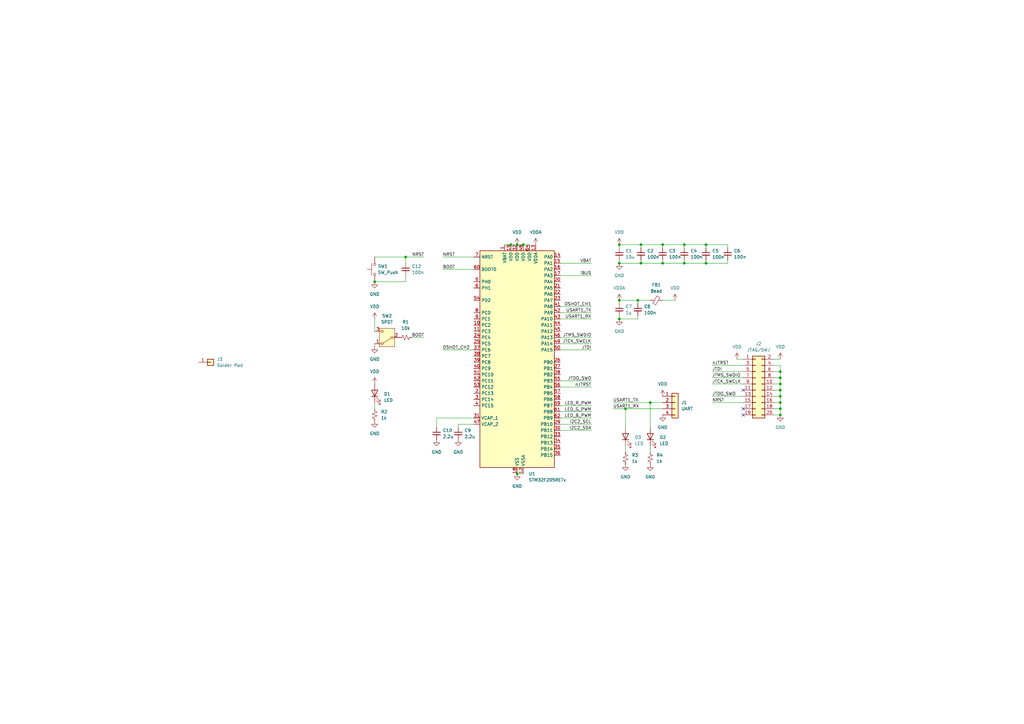
<source format=kicad_sch>
(kicad_sch (version 20250114) (generator "eeschema") (generator_version "9.0")
  (paper "A3")
  (lib_symbols
    (symbol "Connector_Generic:Conn_01x01" (pin_names (offset 1.016) (hide yes))
      (property "Reference" "J" (at 0 2.54 0))
      (property "Value" "Conn_01x01" (at 0 -2.54 0))
      (symbol "Conn_01x01_1_1"
        (rectangle (start -1.27 1.27) (end 1.27 -1.27) (stroke (width 0.254)) (fill (type background)))
        (rectangle (start -1.27 0.127) (end 0 -0.127) (stroke (width 0.1524)))
        (pin passive line (at -5.08 0 0) (length 3.81) (name "Pin_1") (number "1"))
      )
    )
    (symbol "Connector_Generic:Conn_01x04" (pin_names (offset 1.016) (hide yes))
      (property "Reference" "J" (at 0 5.08 0))
      (property "Value" "Conn_01x04" (at 0 -7.62 0))
      (symbol "Conn_01x04_1_1"
        (rectangle (start -1.27 3.81) (end 1.27 -6.35) (stroke (width 0.254)) (fill (type background)))
        (rectangle (start -1.27 2.667) (end 0 2.413) (stroke (width 0.1524)))
        (rectangle (start -1.27 0.127) (end 0 -0.127) (stroke (width 0.1524)))
        (rectangle (start -1.27 -2.413) (end 0 -2.667) (stroke (width 0.1524)))
        (rectangle (start -1.27 -4.953) (end 0 -5.207) (stroke (width 0.1524)))
        (pin passive line (at -5.08 2.54 0) (length 3.81) (name "Pin_1") (number "1"))
        (pin passive line (at -5.08 0 0) (length 3.81) (name "Pin_2") (number "2"))
        (pin passive line (at -5.08 -2.54 0) (length 3.81) (name "Pin_3") (number "3"))
        (pin passive line (at -5.08 -5.08 0) (length 3.81) (name "Pin_4") (number "4"))
      )
    )
    (symbol "Connector_Generic:Conn_02x10_Odd_Even" (pin_names (offset 1.016) (hide yes))
      (property "Reference" "J" (at 1.27 12.7 0))
      (property "Value" "Conn_02x10_Odd_Even" (at 1.27 -15.24 0))
      (symbol "Conn_02x10_Odd_Even_1_1"
        (rectangle (start -1.27 11.43) (end 3.81 -13.97) (stroke (width 0.254)) (fill (type background)))
        (rectangle (start -1.27 10.287) (end 0 10.033) (stroke (width 0.1524)))
        (rectangle (start -1.27 7.747) (end 0 7.493) (stroke (width 0.1524)))
        (rectangle (start -1.27 5.207) (end 0 4.953) (stroke (width 0.1524)))
        (rectangle (start -1.27 2.667) (end 0 2.413) (stroke (width 0.1524)))
        (rectangle (start -1.27 0.127) (end 0 -0.127) (stroke (width 0.1524)))
        (rectangle (start -1.27 -2.413) (end 0 -2.667) (stroke (width 0.1524)))
        (rectangle (start -1.27 -4.953) (end 0 -5.207) (stroke (width 0.1524)))
        (rectangle (start -1.27 -7.493) (end 0 -7.747) (stroke (width 0.1524)))
        (rectangle (start -1.27 -10.033) (end 0 -10.287) (stroke (width 0.1524)))
        (rectangle (start -1.27 -12.573) (end 0 -12.827) (stroke (width 0.1524)))
        (rectangle (start 3.81 10.287) (end 2.54 10.033) (stroke (width 0.1524)))
        (rectangle (start 3.81 7.747) (end 2.54 7.493) (stroke (width 0.1524)))
        (rectangle (start 3.81 5.207) (end 2.54 4.953) (stroke (width 0.1524)))
        (rectangle (start 3.81 2.667) (end 2.54 2.413) (stroke (width 0.1524)))
        (rectangle (start 3.81 0.127) (end 2.54 -0.127) (stroke (width 0.1524)))
        (rectangle (start 3.81 -2.413) (end 2.54 -2.667) (stroke (width 0.1524)))
        (rectangle (start 3.81 -4.953) (end 2.54 -5.207) (stroke (width 0.1524)))
        (rectangle (start 3.81 -7.493) (end 2.54 -7.747) (stroke (width 0.1524)))
        (rectangle (start 3.81 -10.033) (end 2.54 -10.287) (stroke (width 0.1524)))
        (rectangle (start 3.81 -12.573) (end 2.54 -12.827) (stroke (width 0.1524)))
        (pin passive line (at -5.08 10.16 0) (length 3.81) (name "Pin_1") (number "1"))
        (pin passive line (at -5.08 7.62 0) (length 3.81) (name "Pin_3") (number "3"))
        (pin passive line (at -5.08 5.08 0) (length 3.81) (name "Pin_5") (number "5"))
        (pin passive line (at -5.08 2.54 0) (length 3.81) (name "Pin_7") (number "7"))
        (pin passive line (at -5.08 0 0) (length 3.81) (name "Pin_9") (number "9"))
        (pin passive line (at -5.08 -2.54 0) (length 3.81) (name "Pin_11") (number "11"))
        (pin passive line (at -5.08 -5.08 0) (length 3.81) (name "Pin_13") (number "13"))
        (pin passive line (at -5.08 -7.62 0) (length 3.81) (name "Pin_15") (number "15"))
        (pin passive line (at -5.08 -10.16 0) (length 3.81) (name "Pin_17") (number "17"))
        (pin passive line (at -5.08 -12.7 0) (length 3.81) (name "Pin_19") (number "19"))
        (pin passive line (at 7.62 10.16 180) (length 3.81) (name "Pin_2") (number "2"))
        (pin passive line (at 7.62 7.62 180) (length 3.81) (name "Pin_4") (number "4"))
        (pin passive line (at 7.62 5.08 180) (length 3.81) (name "Pin_6") (number "6"))
        (pin passive line (at 7.62 2.54 180) (length 3.81) (name "Pin_8") (number "8"))
        (pin passive line (at 7.62 0 180) (length 3.81) (name "Pin_10") (number "10"))
        (pin passive line (at 7.62 -2.54 180) (length 3.81) (name "Pin_12") (number "12"))
        (pin passive line (at 7.62 -5.08 180) (length 3.81) (name "Pin_14") (number "14"))
        (pin passive line (at 7.62 -7.62 180) (length 3.81) (name "Pin_16") (number "16"))
        (pin passive line (at 7.62 -10.16 180) (length 3.81) (name "Pin_18") (number "18"))
        (pin passive line (at 7.62 -12.7 180) (length 3.81) (name "Pin_20") (number "20"))
      )
    )
    (symbol "Device:C_Small" (pin_numbers (hide yes)) (pin_names (offset 0.254) (hide yes))
      (property "Reference" "C" (at 0.254 1.778 0))
      (property "Value" "C_Small" (at 0.254 -2.032 0))
      (symbol "C_Small_0_1"
        (polyline (pts (xy -1.524 0.508) (xy 1.524 0.508)) (stroke (width 0.3048)))
        (polyline (pts (xy -1.524 -0.508) (xy 1.524 -0.508)) (stroke (width 0.3302)))
      )
      (symbol "C_Small_1_1"
        (pin passive line (at 0 2.54 270) (length 2.032) (name "~") (number "1"))
        (pin passive line (at 0 -2.54 90) (length 2.032) (name "~") (number "2"))
      )
    )
    (symbol "Device:FerriteBead_Small" (pin_numbers (hide yes)) (pin_names (offset 0))
      (property "Reference" "FB" (at 1.905 1.27 0))
      (property "Value" "FerriteBead_Small" (at 1.905 -1.27 0))
      (symbol "FerriteBead_Small_0_1"
        (polyline (pts (xy -1.8288 0.2794) (xy -1.1176 1.4986) (xy 1.8288 -0.2032) (xy 1.1176 -1.4224) (xy -1.8288 0.2794)))
        (polyline (pts (xy 0 0.889) (xy 0 1.2954)))
        (polyline (pts (xy 0 -1.27) (xy 0 -0.7874)))
      )
      (symbol "FerriteBead_Small_1_1"
        (pin passive line (at 0 2.54 270) (length 1.27) (name "~") (number "1"))
        (pin passive line (at 0 -2.54 90) (length 1.27) (name "~") (number "2"))
      )
    )
    (symbol "Device:LED" (pin_numbers (hide yes)) (pin_names (offset 1.016) (hide yes))
      (property "Reference" "D" (at 0 2.54 0))
      (property "Value" "LED" (at 0 -2.54 0))
      (symbol "LED_0_1"
        (polyline (pts (xy -3.048 -0.762) (xy -4.572 -2.286) (xy -3.81 -2.286) (xy -4.572 -2.286) (xy -4.572 -1.524)))
        (polyline (pts (xy -1.778 -0.762) (xy -3.302 -2.286) (xy -2.54 -2.286) (xy -3.302 -2.286) (xy -3.302 -1.524)))
        (polyline (pts (xy -1.27 0) (xy 1.27 0)))
        (polyline (pts (xy -1.27 -1.27) (xy -1.27 1.27)) (stroke (width 0.254)))
        (polyline (pts (xy 1.27 -1.27) (xy 1.27 1.27) (xy -1.27 0) (xy 1.27 -1.27)) (stroke (width 0.254)))
      )
      (symbol "LED_1_1"
        (pin passive line (at -3.81 0 0) (length 2.54) (name "K") (number "1"))
        (pin passive line (at 3.81 0 180) (length 2.54) (name "A") (number "2"))
      )
    )
    (symbol "Device:R_Small_US" (pin_numbers (hide yes)) (pin_names (offset 0.254) (hide yes))
      (property "Reference" "R" (at 0.762 0.508 0))
      (property "Value" "R_Small_US" (at 0.762 -1.016 0))
      (symbol "R_Small_US_1_1"
        (polyline (pts (xy 0 1.524) (xy 1.016 1.143) (xy 0 0.762) (xy -1.016 0.381) (xy 0 0)))
        (polyline (pts (xy 0 0) (xy 1.016 -0.381) (xy 0 -0.762) (xy -1.016 -1.143) (xy 0 -1.524)))
        (pin passive line (at 0 2.54 270) (length 1.016) (name "~") (number "1"))
        (pin passive line (at 0 -2.54 90) (length 1.016) (name "~") (number "2"))
      )
    )
    (symbol "MCU_ST_STM32F2:STM32F205RETx"
      (property "Reference" "U" (at -15.24 46.99 0))
      (property "Value" "STM32F205RETx" (at 10.16 46.99 0))
      (symbol "STM32F205RETx_0_1"
        (rectangle (start -15.24 -43.18) (end 15.24 45.72) (stroke (width 0.254)) (fill (type background)))
      )
      (symbol "STM32F205RETx_1_1"
        (pin input line (at -17.78 43.18 0) (length 2.54) (name "NRST") (number "7"))
        (pin input line (at -17.78 38.1 0) (length 2.54) (name "BOOT0") (number "60"))
        (pin bidirectional line (at -17.78 33.02 0) (length 2.54) (name "PH0") (number "5"))
        (pin bidirectional line (at -17.78 30.48 0) (length 2.54) (name "PH1") (number "6"))
        (pin bidirectional line (at -17.78 25.4 0) (length 2.54) (name "PD2") (number "54"))
        (pin bidirectional line (at -17.78 20.32 0) (length 2.54) (name "PC0") (number "8"))
        (pin bidirectional line (at -17.78 17.78 0) (length 2.54) (name "PC1") (number "9"))
        (pin bidirectional line (at -17.78 15.24 0) (length 2.54) (name "PC2") (number "10"))
        (pin bidirectional line (at -17.78 12.7 0) (length 2.54) (name "PC3") (number "11"))
        (pin bidirectional line (at -17.78 10.16 0) (length 2.54) (name "PC4") (number "24"))
        (pin bidirectional line (at -17.78 7.62 0) (length 2.54) (name "PC5") (number "25"))
        (pin bidirectional line (at -17.78 5.08 0) (length 2.54) (name "PC6") (number "37"))
        (pin bidirectional line (at -17.78 2.54 0) (length 2.54) (name "PC7") (number "38"))
        (pin bidirectional line (at -17.78 0 0) (length 2.54) (name "PC8") (number "39"))
        (pin bidirectional line (at -17.78 -2.54 0) (length 2.54) (name "PC9") (number "40"))
        (pin bidirectional line (at -17.78 -5.08 0) (length 2.54) (name "PC10") (number "51"))
        (pin bidirectional line (at -17.78 -7.62 0) (length 2.54) (name "PC11") (number "52"))
        (pin bidirectional line (at -17.78 -10.16 0) (length 2.54) (name "PC12") (number "53"))
        (pin bidirectional line (at -17.78 -12.7 0) (length 2.54) (name "PC13") (number "2"))
        (pin bidirectional line (at -17.78 -15.24 0) (length 2.54) (name "PC14") (number "3"))
        (pin bidirectional line (at -17.78 -17.78 0) (length 2.54) (name "PC15") (number "4"))
        (pin power_out line (at -17.78 -22.86 0) (length 2.54) (name "VCAP_1") (number "31"))
        (pin power_out line (at -17.78 -25.4 0) (length 2.54) (name "VCAP_2") (number "47"))
        (pin power_in line (at -5.08 48.26 270) (length 2.54) (name "VBAT") (number "1"))
        (pin power_in line (at -2.54 48.26 270) (length 2.54) (name "VDD") (number "19"))
        (pin power_in line (at 0 48.26 270) (length 2.54) (name "VDD") (number "32"))
        (pin power_in line (at 0 -45.72 90) (length 2.54) (name "VSS") (number "18"))
        (pin passive line (at 0 -45.72 90) (length 2.54) (hide yes) (name "VSS") (number "63"))
        (pin power_in line (at 2.54 48.26 270) (length 2.54) (name "VDD") (number "48"))
        (pin power_in line (at 2.54 -45.72 90) (length 2.54) (name "VSSA") (number "12"))
        (pin power_in line (at 5.08 48.26 270) (length 2.54) (name "VDD") (number "64"))
        (pin power_in line (at 7.62 48.26 270) (length 2.54) (name "VDDA") (number "13"))
        (pin bidirectional line (at 17.78 43.18 180) (length 2.54) (name "PA0") (number "14"))
        (pin bidirectional line (at 17.78 40.64 180) (length 2.54) (name "PA1") (number "15"))
        (pin bidirectional line (at 17.78 38.1 180) (length 2.54) (name "PA2") (number "16"))
        (pin bidirectional line (at 17.78 35.56 180) (length 2.54) (name "PA3") (number "17"))
        (pin bidirectional line (at 17.78 33.02 180) (length 2.54) (name "PA4") (number "20"))
        (pin bidirectional line (at 17.78 30.48 180) (length 2.54) (name "PA5") (number "21"))
        (pin bidirectional line (at 17.78 27.94 180) (length 2.54) (name "PA6") (number "22"))
        (pin bidirectional line (at 17.78 25.4 180) (length 2.54) (name "PA7") (number "23"))
        (pin bidirectional line (at 17.78 22.86 180) (length 2.54) (name "PA8") (number "41"))
        (pin bidirectional line (at 17.78 20.32 180) (length 2.54) (name "PA9") (number "42"))
        (pin bidirectional line (at 17.78 17.78 180) (length 2.54) (name "PA10") (number "43"))
        (pin bidirectional line (at 17.78 15.24 180) (length 2.54) (name "PA11") (number "44"))
        (pin bidirectional line (at 17.78 12.7 180) (length 2.54) (name "PA12") (number "45"))
        (pin bidirectional line (at 17.78 10.16 180) (length 2.54) (name "PA13") (number "46"))
        (pin bidirectional line (at 17.78 7.62 180) (length 2.54) (name "PA14") (number "49"))
        (pin bidirectional line (at 17.78 5.08 180) (length 2.54) (name "PA15") (number "50"))
        (pin bidirectional line (at 17.78 0 180) (length 2.54) (name "PB0") (number "26"))
        (pin bidirectional line (at 17.78 -2.54 180) (length 2.54) (name "PB1") (number "27"))
        (pin bidirectional line (at 17.78 -5.08 180) (length 2.54) (name "PB2") (number "28"))
        (pin bidirectional line (at 17.78 -7.62 180) (length 2.54) (name "PB3") (number "55"))
        (pin bidirectional line (at 17.78 -10.16 180) (length 2.54) (name "PB4") (number "56"))
        (pin bidirectional line (at 17.78 -12.7 180) (length 2.54) (name "PB5") (number "57"))
        (pin bidirectional line (at 17.78 -15.24 180) (length 2.54) (name "PB6") (number "58"))
        (pin bidirectional line (at 17.78 -17.78 180) (length 2.54) (name "PB7") (number "59"))
        (pin bidirectional line (at 17.78 -20.32 180) (length 2.54) (name "PB8") (number "61"))
        (pin bidirectional line (at 17.78 -22.86 180) (length 2.54) (name "PB9") (number "62"))
        (pin bidirectional line (at 17.78 -25.4 180) (length 2.54) (name "PB10") (number "29"))
        (pin bidirectional line (at 17.78 -27.94 180) (length 2.54) (name "PB11") (number "30"))
        (pin bidirectional line (at 17.78 -30.48 180) (length 2.54) (name "PB12") (number "33"))
        (pin bidirectional line (at 17.78 -33.02 180) (length 2.54) (name "PB13") (number "34"))
        (pin bidirectional line (at 17.78 -35.56 180) (length 2.54) (name "PB14") (number "35"))
        (pin bidirectional line (at 17.78 -38.1 180) (length 2.54) (name "PB15") (number "36"))
      )
    )
    (symbol "Switch:SW_Push" (pin_numbers (hide yes)) (pin_names (offset 1.016) (hide yes))
      (property "Reference" "SW" (at 1.27 2.54 0))
      (property "Value" "SW_Push" (at 0 -1.524 0))
      (symbol "SW_Push_0_1"
        (circle (center -2.032 0) (radius 0.508))
        (polyline (pts (xy 0 1.27) (xy 0 3.048)))
        (circle (center 2.032 0) (radius 0.508))
        (polyline (pts (xy 2.54 1.27) (xy -2.54 1.27)))
        (pin passive line (at -5.08 0 0) (length 2.54) (name "1") (number "1"))
        (pin passive line (at 5.08 0 180) (length 2.54) (name "2") (number "2"))
      )
    )
    (symbol "Switch:SW_SPDT" (pin_names (offset 0) (hide yes))
      (property "Reference" "SW" (at 0 5.08 0))
      (property "Value" "SW_SPDT" (at 0 -5.08 0))
      (symbol "SW_SPDT_0_1"
        (circle (center -2.032 0) (radius 0.4572))
        (polyline (pts (xy -1.651 0.254) (xy 1.651 2.286)))
        (circle (center 2.032 2.54) (radius 0.4572))
        (circle (center 2.032 -2.54) (radius 0.4572))
      )
      (symbol "SW_SPDT_1_1"
        (rectangle (start -3.175 3.81) (end 3.175 -3.81) (fill (type background)))
        (pin passive line (at -5.08 0 0) (length 2.54) (name "B") (number "2"))
        (pin passive line (at 5.08 2.54 180) (length 2.54) (name "A") (number "1"))
        (pin passive line (at 5.08 -2.54 180) (length 2.54) (name "C") (number "3"))
      )
    )
    (symbol "power:GND" (power) (pin_numbers (hide yes)) (pin_names (offset 0) (hide yes))
      (property "Value" "GND" (at 0 -3.81 0))
      (symbol "GND_0_1"
        (polyline (pts (xy 0 0) (xy 0 -1.27) (xy 1.27 -1.27) (xy 0 -2.54) (xy -1.27 -1.27) (xy 0 -1.27)))
      )
      (symbol "GND_1_1"
        (pin power_in line (at 0 0 270) (length 0) (name "~") (number "1"))
      )
    )
    (symbol "power:VDD" (power) (pin_numbers (hide yes)) (pin_names (offset 0) (hide yes))
      (property "Value" "VDD" (at 0 3.556 0))
      (symbol "VDD_0_1"
        (polyline (pts (xy -0.762 1.27) (xy 0 2.54)))
        (polyline (pts (xy 0 2.54) (xy 0.762 1.27)))
        (polyline (pts (xy 0 0) (xy 0 2.54)))
      )
      (symbol "VDD_1_1"
        (pin power_in line (at 0 0 90) (length 0) (name "~") (number "1"))
      )
    )
  )
  (junction (at 254 100.33))
  (junction (at 320.04 160.02))
  (junction (at 280.67 100.33))
  (junction (at 262.89 100.33))
  (junction (at 212.09 100.33))
  (junction (at 256.54 167.64))
  (junction (at 289.56 107.95))
  (junction (at 280.67 107.95))
  (junction (at 209.55 100.33))
  (junction (at 320.04 152.4))
  (junction (at 271.78 107.95))
  (junction (at 166.37 105.41))
  (junction (at 320.04 154.94))
  (junction (at 261.62 123.19))
  (junction (at 320.04 165.1))
  (junction (at 262.89 107.95))
  (junction (at 254 130.81))
  (junction (at 320.04 162.56))
  (junction (at 271.78 100.33))
  (junction (at 153.67 115.57))
  (junction (at 320.04 170.18))
  (junction (at 254 107.95))
  (junction (at 289.56 100.33))
  (junction (at 212.09 194.31))
  (junction (at 266.7 165.1))
  (junction (at 320.04 167.64))
  (junction (at 254 123.19))
  (junction (at 320.04 157.48))
  (junction (at 214.63 100.33))
  (no_connect (at 304.8 170.18))
  (no_connect (at 304.8 167.64))
  (no_connect (at 304.8 160.02))
  (wire (pts (xy 317.5 170.18) (xy 320.04 170.18)))
  (wire (pts (xy 181.61 110.49) (xy 194.31 110.49)))
  (wire (pts (xy 229.87 168.91) (xy 242.57 168.91)))
  (wire (pts (xy 317.5 160.02) (xy 320.04 160.02)))
  (wire (pts (xy 271.78 100.33) (xy 271.78 101.6)))
  (wire (pts (xy 168.91 138.43) (xy 173.99 138.43)))
  (wire (pts (xy 166.37 105.41) (xy 153.67 105.41)))
  (wire (pts (xy 271.78 123.19) (xy 276.86 123.19)))
  (wire (pts (xy 320.04 167.64) (xy 320.04 170.18)))
  (wire (pts (xy 229.87 130.81) (xy 242.57 130.81)))
  (wire (pts (xy 320.04 147.32) (xy 317.5 147.32)))
  (wire (pts (xy 256.54 175.26) (xy 256.54 167.64)))
  (wire (pts (xy 280.67 100.33) (xy 289.56 100.33)))
  (wire (pts (xy 289.56 107.95) (xy 289.56 106.68)))
  (wire (pts (xy 242.57 138.43) (xy 229.87 138.43)))
  (wire (pts (xy 266.7 165.1) (xy 251.46 165.1)))
  (wire (pts (xy 254 100.33) (xy 262.89 100.33)))
  (wire (pts (xy 271.78 100.33) (xy 280.67 100.33)))
  (wire (pts (xy 166.37 113.03) (xy 166.37 115.57)))
  (wire (pts (xy 229.87 171.45) (xy 242.57 171.45)))
  (wire (pts (xy 317.5 165.1) (xy 320.04 165.1)))
  (wire (pts (xy 153.67 130.81) (xy 153.67 135.89)))
  (wire (pts (xy 320.04 165.1) (xy 320.04 167.64)))
  (wire (pts (xy 214.63 100.33) (xy 217.17 100.33)))
  (wire (pts (xy 254 123.19) (xy 261.62 123.19)))
  (wire (pts (xy 298.45 101.6) (xy 298.45 100.33)))
  (wire (pts (xy 317.5 149.86) (xy 320.04 149.86)))
  (wire (pts (xy 254 107.95) (xy 262.89 107.95)))
  (wire (pts (xy 261.62 123.19) (xy 266.7 123.19)))
  (wire (pts (xy 292.1 165.1) (xy 304.8 165.1)))
  (wire (pts (xy 153.67 142.24) (xy 153.67 140.97)))
  (wire (pts (xy 262.89 107.95) (xy 271.78 107.95)))
  (wire (pts (xy 280.67 100.33) (xy 280.67 101.6)))
  (wire (pts (xy 187.96 175.26) (xy 187.96 173.99)))
  (wire (pts (xy 194.31 171.45) (xy 179.07 171.45)))
  (wire (pts (xy 289.56 100.33) (xy 289.56 101.6)))
  (wire (pts (xy 254 107.95) (xy 254 106.68)))
  (wire (pts (xy 271.78 165.1) (xy 266.7 165.1)))
  (wire (pts (xy 320.04 160.02) (xy 320.04 162.56)))
  (wire (pts (xy 229.87 113.03) (xy 242.57 113.03)))
  (wire (pts (xy 280.67 107.95) (xy 280.67 106.68)))
  (wire (pts (xy 179.07 171.45) (xy 179.07 175.26)))
  (wire (pts (xy 229.87 128.27) (xy 242.57 128.27)))
  (wire (pts (xy 166.37 105.41) (xy 173.99 105.41)))
  (wire (pts (xy 209.55 100.33) (xy 212.09 100.33)))
  (wire (pts (xy 229.87 166.37) (xy 242.57 166.37)))
  (wire (pts (xy 262.89 100.33) (xy 262.89 101.6)))
  (wire (pts (xy 212.09 100.33) (xy 214.63 100.33)))
  (wire (pts (xy 261.62 123.19) (xy 261.62 124.46)))
  (wire (pts (xy 317.5 154.94) (xy 320.04 154.94)))
  (wire (pts (xy 229.87 125.73) (xy 242.57 125.73)))
  (wire (pts (xy 262.89 107.95) (xy 262.89 106.68)))
  (wire (pts (xy 289.56 107.95) (xy 298.45 107.95)))
  (wire (pts (xy 280.67 107.95) (xy 289.56 107.95)))
  (wire (pts (xy 292.1 149.86) (xy 304.8 149.86)))
  (wire (pts (xy 153.67 115.57) (xy 166.37 115.57)))
  (wire (pts (xy 242.57 176.53) (xy 229.87 176.53)))
  (wire (pts (xy 194.31 143.51) (xy 181.61 143.51)))
  (wire (pts (xy 229.87 107.95) (xy 242.57 107.95)))
  (wire (pts (xy 242.57 143.51) (xy 229.87 143.51)))
  (wire (pts (xy 266.7 165.1) (xy 266.7 175.26)))
  (wire (pts (xy 320.04 154.94) (xy 320.04 157.48)))
  (wire (pts (xy 242.57 173.99) (xy 229.87 173.99)))
  (wire (pts (xy 317.5 167.64) (xy 320.04 167.64)))
  (wire (pts (xy 320.04 157.48) (xy 320.04 160.02)))
  (wire (pts (xy 187.96 173.99) (xy 194.31 173.99)))
  (wire (pts (xy 242.57 156.21) (xy 229.87 156.21)))
  (wire (pts (xy 320.04 162.56) (xy 320.04 165.1)))
  (wire (pts (xy 229.87 158.75) (xy 242.57 158.75)))
  (wire (pts (xy 261.62 130.81) (xy 261.62 129.54)))
  (wire (pts (xy 166.37 105.41) (xy 166.37 107.95)))
  (wire (pts (xy 262.89 100.33) (xy 271.78 100.33)))
  (wire (pts (xy 317.5 162.56) (xy 320.04 162.56)))
  (wire (pts (xy 271.78 107.95) (xy 271.78 106.68)))
  (wire (pts (xy 254 100.33) (xy 254 101.6)))
  (wire (pts (xy 256.54 167.64) (xy 271.78 167.64)))
  (wire (pts (xy 292.1 162.56) (xy 304.8 162.56)))
  (wire (pts (xy 292.1 157.48) (xy 304.8 157.48)))
  (wire (pts (xy 212.09 194.31) (xy 214.63 194.31)))
  (wire (pts (xy 289.56 100.33) (xy 298.45 100.33)))
  (wire (pts (xy 292.1 152.4) (xy 304.8 152.4)))
  (wire (pts (xy 266.7 185.42) (xy 266.7 182.88)))
  (wire (pts (xy 242.57 140.97) (xy 229.87 140.97)))
  (wire (pts (xy 153.67 165.1) (xy 153.67 167.64)))
  (wire (pts (xy 254 130.81) (xy 261.62 130.81)))
  (wire (pts (xy 320.04 149.86) (xy 320.04 152.4)))
  (wire (pts (xy 317.5 152.4) (xy 320.04 152.4)))
  (wire (pts (xy 320.04 152.4) (xy 320.04 154.94)))
  (wire (pts (xy 302.26 147.32) (xy 304.8 147.32)))
  (wire (pts (xy 207.01 100.33) (xy 209.55 100.33)))
  (wire (pts (xy 256.54 185.42) (xy 256.54 182.88)))
  (wire (pts (xy 254 124.46) (xy 254 123.19)))
  (wire (pts (xy 251.46 167.64) (xy 256.54 167.64)))
  (wire (pts (xy 181.61 105.41) (xy 194.31 105.41)))
  (wire (pts (xy 298.45 106.68) (xy 298.45 107.95)))
  (wire (pts (xy 254 130.81) (xy 254 129.54)))
  (wire (pts (xy 271.78 107.95) (xy 280.67 107.95)))
  (wire (pts (xy 292.1 154.94) (xy 304.8 154.94)))
  (wire (pts (xy 317.5 157.48) (xy 320.04 157.48)))
  (label "nJTRST" (at 292.1 149.86 0))
  (label "NRST" (at 173.99 105.41 180))
  (label "JTMS_SWDIO" (at 242.57 138.43 180))
  (label "VBAT" (at 242.57 107.95 180))
  (label "NRST" (at 292.1 165.1 0))
  (label "I2C2_SDA" (at 242.57 176.53 180))
  (label "LED_R_PWM" (at 242.57 166.37 180))
  (label "JTCK_SWCLK" (at 292.1 157.48 0))
  (label "iBUS" (at 242.57 113.03 180))
  (label "JTCK_SWCLK" (at 242.57 140.97 180))
  (label "USART1_RX" (at 242.57 130.81 180))
  (label "JTMS_SWDIO" (at 292.1 154.94 0))
  (label "LED_G_PWM" (at 242.57 168.91 180))
  (label "BOOT" (at 173.99 138.43 180))
  (label "DSHOT_CH1" (at 242.57 125.73 180))
  (label "NRST" (at 181.61 105.41 0))
  (label "nJTRST" (at 242.57 158.75 180))
  (label "I2C2_SCL" (at 242.57 173.99 180))
  (label "BOOT" (at 181.61 110.49 0))
  (label "JTDO_SWO" (at 242.57 156.21 180))
  (label "JTDO_SWO" (at 292.1 162.56 0))
  (label "JTDI" (at 242.57 143.51 180))
  (label "LED_B_PWM" (at 242.57 171.45 180))
  (label "USART1_TX" (at 251.46 165.1 0))
  (label "USART1_TX" (at 242.57 128.27 180))
  (label "JTDI" (at 292.1 152.4 0))
  (label "DSHOT_CH2" (at 181.61 143.51 0))
  (label "USART1_RX" (at 251.46 167.64 0))
  (symbol (lib_id "power:GND") (at 187.96 180.34 0) (unit 1)
    (property "Reference" "#PWR09" (effects (hide yes)))
    (property "Value" "GND" (at 187.96 185.42 0))
    (property "Description" "Power symbol creates a global label with name \"GND\" , ground" (effects (hide yes)))
  )
  (symbol (lib_id "power:VDD") (at 271.78 162.56 0) (unit 1)
    (property "Reference" "#PWR018" (effects (hide yes)))
    (property "Value" "VDD" (at 271.78 157.48 0))
    (property "Description" "Power symbol creates a global label with name \"VDD\"" (effects (hide yes)))
  )
  (symbol (lib_id "Device:R_Small_US") (at 256.54 187.96 180) (unit 1)
    (property "Reference" "R3" (at 259.08 186.6899 0) (effects (justify right)))
    (property "Value" "1k" (at 259.08 189.2299 0) (effects (justify right)))
    (property "Description" "Resistor, small US symbol" (effects (hide yes)))
  )
  (symbol (lib_id "Device:C_Small") (at 261.62 127 0) (unit 1)
    (property "Reference" "C8" (at 264.16 125.7362 0) (effects (justify left)))
    (property "Value" "100n" (at 264.16 128.2762 0) (effects (justify left)))
    (property "Description" "Unpolarized capacitor, small symbol" (effects (hide yes)))
  )
  (symbol (lib_id "power:GND") (at 153.67 172.72 0) (unit 1)
    (property "Reference" "#PWR012" (effects (hide yes)))
    (property "Value" "GND" (at 153.67 177.8 0))
    (property "Description" "Power symbol creates a global label with name \"GND\" , ground" (effects (hide yes)))
  )
  (symbol (lib_id "Device:C_Small") (at 187.96 177.8 0) (unit 1)
    (property "Reference" "C9" (at 190.5 176.5362 0) (effects (justify left)))
    (property "Value" "2.2u" (at 190.5 179.0762 0) (effects (justify left)))
    (property "Description" "Unpolarized capacitor, small symbol" (effects (hide yes)))
  )
  (symbol (lib_id "Device:C_Small") (at 289.56 104.14 0) (unit 1)
    (property "Reference" "C5" (at 292.1 102.8762 0) (effects (justify left)))
    (property "Value" "100n" (at 292.1 105.4162 0) (effects (justify left)))
    (property "Description" "Unpolarized capacitor, small symbol" (effects (hide yes)))
  )
  (symbol (lib_id "power:VDD") (at 153.67 130.81 0) (unit 1)
    (property "Reference" "#PWR015" (effects (hide yes)))
    (property "Value" "VDD" (at 153.67 125.73 0))
    (property "Description" "Power symbol creates a global label with name \"VDD\"" (effects (hide yes)))
  )
  (symbol (lib_id "power:VDD") (at 254 123.19 0) (unit 1)
    (property "Reference" "#PWR06" (effects (hide yes)))
    (property "Value" "VDDA" (at 254 118.11 0))
    (property "Description" "Power symbol creates a global label with name \"VDD\"" (effects (hide yes)))
  )
  (symbol (lib_id "MCU_ST_STM32F2:STM32F205RETx") (at 212.09 148.59 0) (unit 1)
    (property "Reference" "U1" (at 216.8241 194.31 0) (effects (justify left)))
    (property "Value" "STM32F205RETx" (at 216.8241 196.85 0) (effects (justify left)))
    (property "Footprint" "Package_QFP:LQFP-64_10x10mm_P0.5mm" (effects (hide yes)))
    (property "Datasheet" "https://www.st.com/resource/en/datasheet/stm32f205re.pdf" (effects (hide yes)))
    (property "Description" "STMicroelectronics Arm Cortex-M3 MCU, 512KB flash, 128KB RAM, 120 MHz, 1.8-3.6V, 51 GPIO, LQFP64" (effects (hide yes)))
  )
  (symbol (lib_id "Switch:SW_SPDT") (at 158.75 138.43 180) (unit 1)
    (property "Reference" "SW2" (at 158.75 129.54 0))
    (property "Value" "SPDT" (at 158.75 132.08 0))
    (property "Description" "Switch, single pole double throw" (effects (hide yes)))
  )
  (symbol (lib_id "Device:C_Small") (at 262.89 104.14 0) (unit 1)
    (property "Reference" "C2" (at 265.43 102.8762 0) (effects (justify left)))
    (property "Value" "100n" (at 265.43 105.4162 0) (effects (justify left)))
    (property "Description" "Unpolarized capacitor, small symbol" (effects (hide yes)))
  )
  (symbol (lib_id "power:GND") (at 179.07 180.34 0) (unit 1)
    (property "Reference" "#PWR010" (effects (hide yes)))
    (property "Value" "GND" (at 179.07 185.42 0))
    (property "Description" "Power symbol creates a global label with name \"GND\" , ground" (effects (hide yes)))
  )
  (symbol (lib_id "power:VDD") (at 276.86 123.19 0) (unit 1)
    (property "Reference" "#PWR08" (effects (hide yes)))
    (property "Value" "VDD" (at 276.86 118.11 0))
    (property "Description" "Power symbol creates a global label with name \"VDD\"" (effects (hide yes)))
  )
  (symbol (lib_id "Device:FerriteBead_Small") (at 269.24 123.19 90) (unit 1)
    (property "Reference" "FB1" (at 269.2019 116.84 90))
    (property "Value" "Bead" (at 269.2019 119.38 90))
    (property "Description" "Ferrite bead, small symbol" (effects (hide yes)))
  )
  (symbol (lib_id "Connector_Generic:Conn_02x10_Odd_Even") (at 309.88 157.48 0) (unit 1)
    (property "Reference" "J2" (at 311.15 140.97 0))
    (property "Value" "JTAG/SWJ" (at 311.15 143.51 0))
    (property "Description" "Generic connector, double row, 02x10, odd/even pin numbering scheme (row 1 odd numbers, row 2 even numbers), script generated (kicad-library-utils/schlib/autogen/connector/)" (effects (hide yes)))
  )
  (symbol (lib_id "power:GND") (at 153.67 142.24 0) (unit 1)
    (property "Reference" "#PWR016" (effects (hide yes)))
    (property "Value" "GND" (at 153.67 147.32 0))
    (property "Description" "Power symbol creates a global label with name \"GND\" , ground" (effects (hide yes)))
  )
  (symbol (lib_id "Device:C_Small") (at 271.78 104.14 0) (unit 1)
    (property "Reference" "C3" (at 274.32 102.8762 0) (effects (justify left)))
    (property "Value" "100n" (at 274.32 105.4162 0) (effects (justify left)))
    (property "Description" "Unpolarized capacitor, small symbol" (effects (hide yes)))
  )
  (symbol (lib_id "power:GND") (at 254 130.81 0) (unit 1)
    (property "Reference" "#PWR07" (effects (hide yes)))
    (property "Value" "GND" (at 254 135.89 0))
    (property "Description" "Power symbol creates a global label with name \"GND\" , ground" (effects (hide yes)))
  )
  (symbol (lib_id "Device:R_Small_US") (at 166.37 138.43 90) (unit 1)
    (property "Reference" "R1" (at 166.37 132.08 90))
    (property "Value" "10k" (at 166.37 134.62 90))
    (property "Description" "Resistor, small US symbol" (effects (hide yes)))
  )
  (symbol (lib_id "Device:C_Small") (at 254 127 0) (unit 1)
    (property "Reference" "C7" (at 256.54 125.7362 0) (effects (justify left)))
    (property "Value" "1u" (at 256.54 128.2762 0) (effects (justify left)))
    (property "Description" "Unpolarized capacitor, small symbol" (effects (hide yes)))
  )
  (symbol (lib_id "power:VDD") (at 302.26 147.32 0) (unit 1)
    (property "Reference" "#PWR019" (effects (hide yes)))
    (property "Value" "VDD" (at 302.26 142.24 0))
    (property "Description" "Power symbol creates a global label with name \"VDD\"" (effects (hide yes)))
  )
  (symbol (lib_id "Device:R_Small_US") (at 153.67 170.18 180) (unit 1)
    (property "Reference" "R2" (at 156.21 168.9099 0) (effects (justify right)))
    (property "Value" "1k" (at 156.21 171.4499 0) (effects (justify right)))
    (property "Description" "Resistor, small US symbol" (effects (hide yes)))
  )
  (symbol (lib_id "Device:LED") (at 266.7 179.07 90) (unit 1)
    (property "Reference" "D2" (at 270.51 179.3874 90) (effects (justify right)))
    (property "Value" "LED" (at 270.51 181.9274 90) (effects (justify right)))
    (property "Description" "Light emitting diode" (effects (hide yes)))
  )
  (symbol (lib_id "power:GND") (at 153.67 115.57 0) (unit 1)
    (property "Reference" "#PWR014" (effects (hide yes)))
    (property "Value" "GND" (at 153.67 120.65 0))
    (property "Description" "Power symbol creates a global label with name \"GND\" , ground" (effects (hide yes)))
  )
  (symbol (lib_id "power:VDD") (at 219.71 100.33 0) (unit 1)
    (property "Reference" "#PWR02" (effects (hide yes)))
    (property "Value" "VDDA" (at 219.71 95.25 0))
    (property "Description" "Power symbol creates a global label with name \"VDD\"" (effects (hide yes)))
  )
  (symbol (lib_id "power:GND") (at 271.78 170.18 0) (unit 1)
    (property "Reference" "#PWR017" (effects (hide yes)))
    (property "Value" "GND" (at 271.78 175.26 0))
    (property "Description" "Power symbol creates a global label with name \"GND\" , ground" (effects (hide yes)))
  )
  (symbol (lib_id "Device:C_Small") (at 166.37 110.49 0) (unit 1)
    (property "Reference" "C12" (at 168.91 109.2262 0) (effects (justify left)))
    (property "Value" "100n" (at 168.91 111.7662 0) (effects (justify left)))
    (property "Description" "Unpolarized capacitor, small symbol" (effects (hide yes)))
  )
  (symbol (lib_id "power:VDD") (at 212.09 100.33 0) (unit 1)
    (property "Reference" "#PWR01" (effects (hide yes)))
    (property "Value" "VDD" (at 212.09 95.25 0))
    (property "Description" "Power symbol creates a global label with name \"VDD\"" (effects (hide yes)))
  )
  (symbol (lib_id "Connector_Generic:Conn_01x04") (at 276.86 165.1 0) (unit 1)
    (property "Reference" "J1" (at 279.4 165.0999 0) (effects (justify left)))
    (property "Value" "UART" (at 279.4 167.6399 0) (effects (justify left)))
    (property "Description" "Generic connector, single row, 01x04, script generated (kicad-library-utils/schlib/autogen/connector/)" (effects (hide yes)))
  )
  (symbol (lib_id "Device:R_Small_US") (at 266.7 187.96 180) (unit 1)
    (property "Reference" "R4" (at 269.24 186.6899 0) (effects (justify right)))
    (property "Value" "1k" (at 269.24 189.2299 0) (effects (justify right)))
    (property "Description" "Resistor, small US symbol" (effects (hide yes)))
  )
  (symbol (lib_id "power:GND") (at 254 107.95 0) (unit 1)
    (property "Reference" "#PWR05" (effects (hide yes)))
    (property "Value" "GND" (at 254 113.03 0))
    (property "Description" "Power symbol creates a global label with name \"GND\" , ground" (effects (hide yes)))
  )
  (symbol (lib_id "power:GND") (at 266.7 190.5 0) (unit 1)
    (property "Reference" "#PWR022" (effects (hide yes)))
    (property "Value" "GND" (at 266.7 195.58 0))
    (property "Description" "Power symbol creates a global label with name \"GND\" , ground" (effects (hide yes)))
  )
  (symbol (lib_id "Device:C_Small") (at 179.07 177.8 0) (unit 1)
    (property "Reference" "C10" (at 181.61 176.5362 0) (effects (justify left)))
    (property "Value" "2.2u" (at 181.61 179.0762 0) (effects (justify left)))
    (property "Description" "Unpolarized capacitor, small symbol" (effects (hide yes)))
  )
  (symbol (lib_id "Switch:SW_Push") (at 153.67 110.49 90) (unit 1)
    (property "Reference" "SW1" (at 154.94 109.2199 90) (effects (justify right)))
    (property "Value" "SW_Push" (at 154.94 111.7599 90) (effects (justify right)))
    (property "Description" "Push button switch, generic, two pins" (effects (hide yes)))
  )
  (symbol (lib_id "Device:C_Small") (at 298.45 104.14 180) (unit 1)
    (property "Reference" "C6" (at 300.99 102.8635 0) (effects (justify right)))
    (property "Value" "100n" (at 300.99 105.4035 0) (effects (justify right)))
    (property "Description" "Unpolarized capacitor, small symbol" (effects (hide yes)))
  )
  (symbol (lib_id "Device:C_Small") (at 254 104.14 0) (unit 1)
    (property "Reference" "C1" (at 256.54 102.8762 0) (effects (justify left)))
    (property "Value" "10u" (at 256.54 105.4162 0) (effects (justify left)))
    (property "Description" "Unpolarized capacitor, small symbol" (effects (hide yes)))
  )
  (symbol (lib_id "power:VDD") (at 320.04 147.32 0) (unit 1)
    (property "Reference" "#PWR020" (effects (hide yes)))
    (property "Value" "VDD" (at 320.04 142.24 0))
    (property "Description" "Power symbol creates a global label with name \"VDD\"" (effects (hide yes)))
  )
  (symbol (lib_id "power:GND") (at 212.09 194.31 0) (unit 1)
    (property "Reference" "#PWR03" (effects (hide yes)))
    (property "Value" "GND" (at 212.09 199.39 0))
    (property "Description" "Power symbol creates a global label with name \"GND\" , ground" (effects (hide yes)))
  )
  (symbol (lib_id "power:VDD") (at 254 100.33 0) (unit 1)
    (property "Reference" "#PWR04" (effects (hide yes)))
    (property "Value" "VDD" (at 254 95.25 0))
    (property "Description" "Power symbol creates a global label with name \"VDD\"" (effects (hide yes)))
  )
  (symbol (lib_id "power:GND") (at 320.04 170.18 0) (unit 1)
    (property "Reference" "#PWR021" (effects (hide yes)))
    (property "Value" "GND" (at 320.04 175.26 0))
    (property "Description" "Power symbol creates a global label with name \"GND\" , ground" (effects (hide yes)))
  )
  (symbol (lib_id "Device:C_Small") (at 280.67 104.14 0) (unit 1)
    (property "Reference" "C4" (at 283.21 102.8762 0) (effects (justify left)))
    (property "Value" "100n" (at 283.21 105.4162 0) (effects (justify left)))
    (property "Description" "Unpolarized capacitor, small symbol" (effects (hide yes)))
  )
  (symbol (lib_id "power:GND") (at 256.54 190.5 0) (unit 1)
    (property "Reference" "#PWR013" (effects (hide yes)))
    (property "Value" "GND" (at 256.54 195.58 0))
    (property "Description" "Power symbol creates a global label with name \"GND\" , ground" (effects (hide yes)))
  )
  (symbol (lib_id "Device:LED") (at 256.54 179.07 90) (unit 1)
    (property "Reference" "D3" (at 260.35 179.3874 90) (effects (justify right)))
    (property "Value" "LED" (at 260.35 181.9274 90) (effects (justify right)))
    (property "Description" "Light emitting diode" (effects (hide yes)))
  )
  (symbol (lib_id "Device:LED") (at 153.67 161.29 90) (unit 1)
    (property "Reference" "D1" (at 157.48 161.6074 90) (effects (justify right)))
    (property "Value" "LED" (at 157.48 164.1474 90) (effects (justify right)))
    (property "Description" "Light emitting diode" (effects (hide yes)))
  )
  (symbol (lib_id "power:VDD") (at 153.67 157.48 0) (unit 1)
    (property "Reference" "#PWR011" (effects (hide yes)))
    (property "Value" "VDD" (at 153.67 152.4 0))
    (property "Description" "Power symbol creates a global label with name \"VDD\"" (effects (hide yes)))
  )
  (symbol (lib_id "Connector_Generic:Conn_01x01") (at 86.36 148.59 0) (unit 1)
    (property "Reference" "J3" (at 88.9 147.3199 0) (effects (justify left)))
    (property "Value" "Solder Pad" (at 88.9 149.8599 0) (effects (justify left)))
    (property "Description" "Generic connector, single row, 01x01, script generated (kicad-library-utils/schlib/autogen/connector/)" (effects (hide yes)))
  )
)
</source>
